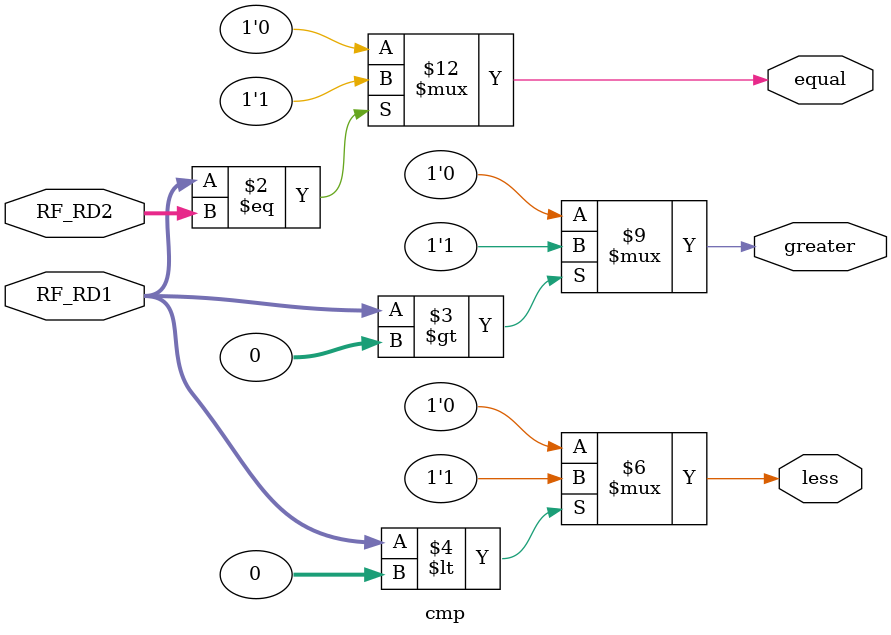
<source format=v>
`timescale 1ns / 1ps
module cmp(
    input [31:0] RF_RD1,
    input [31:0] RF_RD2,
    output reg equal,
	 output reg greater,
	 output reg less
    );
	 always @(*) begin
		if(RF_RD1==RF_RD2) equal = 1;
		else equal = 0;
		
		if($signed(RF_RD1)>0) greater = 1;
		else greater = 0;
		
		if($signed(RF_RD1)<0) less = 1;
		else less = 0;
		
	 end


endmodule

</source>
